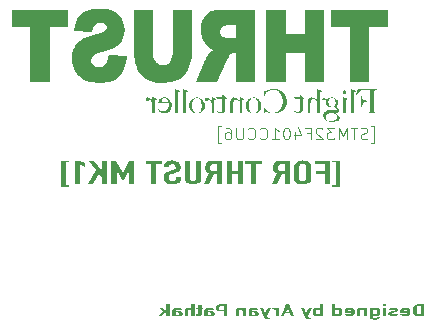
<source format=gbr>
%TF.GenerationSoftware,KiCad,Pcbnew,8.0.8*%
%TF.CreationDate,2025-07-31T23:02:19+05:30*%
%TF.ProjectId,THRUST FC,54485255-5354-4204-9643-2e6b69636164,rev?*%
%TF.SameCoordinates,Original*%
%TF.FileFunction,Legend,Bot*%
%TF.FilePolarity,Positive*%
%FSLAX46Y46*%
G04 Gerber Fmt 4.6, Leading zero omitted, Abs format (unit mm)*
G04 Created by KiCad (PCBNEW 8.0.8) date 2025-07-31 23:02:19*
%MOMM*%
%LPD*%
G01*
G04 APERTURE LIST*
%ADD10C,0.100000*%
%ADD11C,0.200000*%
G04 APERTURE END LIST*
D10*
G36*
X129109002Y-97659162D02*
G01*
X129109002Y-97815478D01*
X129390369Y-97815478D01*
X129390369Y-99753789D01*
X129109002Y-99753789D01*
X129109002Y-99910104D01*
X129765526Y-99910104D01*
X129765526Y-97659162D01*
X129109002Y-97659162D01*
G37*
G36*
X128880390Y-99660000D02*
G01*
X128880390Y-97659162D01*
X127614235Y-97659162D01*
X127614235Y-97944926D01*
X128451744Y-97944926D01*
X128451744Y-98530132D01*
X127708025Y-98530132D01*
X127708025Y-98815896D01*
X128451744Y-98815896D01*
X128451744Y-99660000D01*
X128880390Y-99660000D01*
G37*
G36*
X126715123Y-97660656D02*
G01*
X126861723Y-97685540D01*
X126969514Y-97717557D01*
X127093265Y-97774933D01*
X127188886Y-97843810D01*
X127263258Y-97928318D01*
X127274651Y-97945873D01*
X127314804Y-98040992D01*
X127327006Y-98140809D01*
X127327006Y-99190076D01*
X127326757Y-99205628D01*
X127311069Y-99306580D01*
X127263258Y-99405010D01*
X127194157Y-99482054D01*
X127093265Y-99553021D01*
X126998457Y-99600986D01*
X126861723Y-99645345D01*
X126747821Y-99666048D01*
X126600139Y-99675631D01*
X126485295Y-99669834D01*
X126339288Y-99645345D01*
X126222692Y-99609732D01*
X126102616Y-99553021D01*
X126015505Y-99491304D01*
X125937020Y-99405010D01*
X125925627Y-99387931D01*
X125885474Y-99293006D01*
X125873272Y-99190076D01*
X125873272Y-98141786D01*
X126301919Y-98141786D01*
X126301919Y-99189099D01*
X126312395Y-99253553D01*
X126390579Y-99341018D01*
X126455256Y-99368830D01*
X126599406Y-99389867D01*
X126672207Y-99385097D01*
X126809699Y-99341018D01*
X126870307Y-99287897D01*
X126898360Y-99189099D01*
X126898360Y-98141786D01*
X126887883Y-98077054D01*
X126809699Y-97989378D01*
X126744849Y-97961567D01*
X126599406Y-97940530D01*
X126527379Y-97945300D01*
X126390579Y-97989378D01*
X126329971Y-98042593D01*
X126301919Y-98141786D01*
X125873272Y-98141786D01*
X125873272Y-98140809D01*
X125873521Y-98125897D01*
X125889209Y-98027602D01*
X125937020Y-97928318D01*
X126005155Y-97848633D01*
X126102616Y-97774933D01*
X126200570Y-97728731D01*
X126339288Y-97685540D01*
X126452689Y-97664503D01*
X126600139Y-97654766D01*
X126715123Y-97660656D01*
G37*
G36*
X125539148Y-99660000D02*
G01*
X125110502Y-99660000D01*
X125110502Y-98815896D01*
X124850383Y-98815896D01*
X124446650Y-99660000D01*
X123993091Y-99660000D01*
X124455443Y-98757766D01*
X124360234Y-98716398D01*
X124246443Y-98643010D01*
X124167480Y-98556022D01*
X124120757Y-98463757D01*
X124093429Y-98358908D01*
X124085599Y-98255115D01*
X124514061Y-98255115D01*
X124514692Y-98287375D01*
X124527250Y-98388471D01*
X124573412Y-98484703D01*
X124680390Y-98544787D01*
X124717393Y-98553976D01*
X124863572Y-98565792D01*
X125110502Y-98565792D01*
X125110502Y-97944926D01*
X124884089Y-97944926D01*
X124843173Y-97945617D01*
X124695045Y-97964588D01*
X124577808Y-98023572D01*
X124573146Y-98028826D01*
X124527250Y-98122735D01*
X124520874Y-98156313D01*
X124514061Y-98255115D01*
X124085599Y-98255115D01*
X124085415Y-98252672D01*
X124092099Y-98146605D01*
X124121809Y-98021412D01*
X124175287Y-97914766D01*
X124252533Y-97826666D01*
X124382513Y-97742624D01*
X124513237Y-97696256D01*
X124667728Y-97668436D01*
X124845987Y-97659162D01*
X125539148Y-97659162D01*
X125539148Y-99660000D01*
G37*
G36*
X122650000Y-99660000D02*
G01*
X122650000Y-97944926D01*
X123159246Y-97944926D01*
X123159246Y-97659162D01*
X121752407Y-97659162D01*
X121752407Y-97944926D01*
X122221353Y-97944926D01*
X122221353Y-99660000D01*
X122650000Y-99660000D01*
G37*
G36*
X121579483Y-99660000D02*
G01*
X121579483Y-97659162D01*
X121150837Y-97659162D01*
X121150837Y-98534528D01*
X120641591Y-98534528D01*
X120641591Y-97659162D01*
X120212944Y-97659162D01*
X120212944Y-99660000D01*
X120641591Y-99660000D01*
X120641591Y-98784633D01*
X121150837Y-98784633D01*
X121150837Y-99660000D01*
X121579483Y-99660000D01*
G37*
G36*
X119791625Y-99660000D02*
G01*
X119362979Y-99660000D01*
X119362979Y-98815896D01*
X119102861Y-98815896D01*
X118699127Y-99660000D01*
X118245568Y-99660000D01*
X118707920Y-98757766D01*
X118612711Y-98716398D01*
X118498921Y-98643010D01*
X118419958Y-98556022D01*
X118373235Y-98463757D01*
X118345906Y-98358908D01*
X118338076Y-98255115D01*
X118766538Y-98255115D01*
X118767169Y-98287375D01*
X118779727Y-98388471D01*
X118825889Y-98484703D01*
X118932868Y-98544787D01*
X118969870Y-98553976D01*
X119116050Y-98565792D01*
X119362979Y-98565792D01*
X119362979Y-97944926D01*
X119136566Y-97944926D01*
X119095651Y-97945617D01*
X118947522Y-97964588D01*
X118830286Y-98023572D01*
X118825623Y-98028826D01*
X118779727Y-98122735D01*
X118773352Y-98156313D01*
X118766538Y-98255115D01*
X118338076Y-98255115D01*
X118337892Y-98252672D01*
X118344577Y-98146605D01*
X118374287Y-98021412D01*
X118427764Y-97914766D01*
X118505010Y-97826666D01*
X118634991Y-97742624D01*
X118765714Y-97696256D01*
X118920205Y-97668436D01*
X119098464Y-97659162D01*
X119791625Y-97659162D01*
X119791625Y-99660000D01*
G37*
G36*
X116637229Y-97659162D02*
G01*
X116637229Y-99209616D01*
X116651912Y-99309664D01*
X116689253Y-99390844D01*
X116761226Y-99477999D01*
X116835799Y-99537878D01*
X116952234Y-99602003D01*
X117055617Y-99639483D01*
X117200259Y-99668712D01*
X117320132Y-99675631D01*
X117473198Y-99664194D01*
X117583914Y-99639483D01*
X117712405Y-99589303D01*
X117800802Y-99537878D01*
X117894981Y-99459619D01*
X117950279Y-99390844D01*
X117993530Y-99292630D01*
X118003768Y-99209616D01*
X118003768Y-97659162D01*
X117575122Y-97659162D01*
X117575122Y-99182260D01*
X117554649Y-99279690D01*
X117502581Y-99339553D01*
X117373163Y-99386722D01*
X117320865Y-99389867D01*
X117177021Y-99361565D01*
X117138415Y-99339553D01*
X117074447Y-99248892D01*
X117065875Y-99182260D01*
X117065875Y-97659162D01*
X116637229Y-97659162D01*
G37*
G36*
X114849371Y-98244368D02*
G01*
X115278018Y-98244368D01*
X115278018Y-98180376D01*
X115298883Y-98078968D01*
X115343963Y-98011849D01*
X115461600Y-97950559D01*
X115565980Y-97940530D01*
X115701535Y-97963000D01*
X115785066Y-98018688D01*
X115829030Y-98101242D01*
X115840753Y-98196985D01*
X115834891Y-98295170D01*
X115804117Y-98365024D01*
X115732309Y-98418269D01*
X115604815Y-98462233D01*
X115286078Y-98548695D01*
X115153826Y-98591067D01*
X115061863Y-98634180D01*
X114961301Y-98708504D01*
X114927041Y-98747020D01*
X114880683Y-98842419D01*
X114866224Y-98898939D01*
X114852597Y-99002133D01*
X114849371Y-99092868D01*
X114855539Y-99191570D01*
X114875975Y-99291374D01*
X114886741Y-99325387D01*
X114931917Y-99419160D01*
X115007641Y-99508569D01*
X115116367Y-99582099D01*
X115237718Y-99631179D01*
X115384142Y-99663085D01*
X115533442Y-99674936D01*
X115583565Y-99675631D01*
X115732493Y-99666594D01*
X115871528Y-99639483D01*
X116002673Y-99592837D01*
X116100872Y-99538855D01*
X116196338Y-99459823D01*
X116253279Y-99389378D01*
X116297302Y-99294277D01*
X116309699Y-99203265D01*
X116309699Y-99097264D01*
X115881053Y-99097264D01*
X115881053Y-99186168D01*
X115851706Y-99282229D01*
X115812909Y-99327341D01*
X115683395Y-99382479D01*
X115583565Y-99389867D01*
X115436231Y-99374913D01*
X115416503Y-99368862D01*
X115323447Y-99309267D01*
X115284612Y-99215478D01*
X115278179Y-99114936D01*
X115278018Y-99094333D01*
X115282181Y-98996618D01*
X115286078Y-98966350D01*
X115318318Y-98885261D01*
X115393789Y-98834947D01*
X115518353Y-98792937D01*
X115816573Y-98709406D01*
X115953867Y-98663030D01*
X116073651Y-98602618D01*
X116165578Y-98525366D01*
X116177808Y-98510104D01*
X116229954Y-98417356D01*
X116258577Y-98320117D01*
X116269042Y-98222079D01*
X116269399Y-98198939D01*
X116259578Y-98096886D01*
X116230115Y-97999556D01*
X116224703Y-97986936D01*
X116167916Y-97893269D01*
X116088415Y-97813524D01*
X115983315Y-97744981D01*
X115868597Y-97698241D01*
X115721685Y-97665635D01*
X115572099Y-97654936D01*
X115549127Y-97654766D01*
X115399651Y-97664535D01*
X115263363Y-97693845D01*
X115135490Y-97742535D01*
X115039148Y-97797404D01*
X114947410Y-97875821D01*
X114880692Y-97970294D01*
X114851039Y-98072494D01*
X114849371Y-98104661D01*
X114849371Y-98244368D01*
G37*
G36*
X114191381Y-99660000D02*
G01*
X114191381Y-97944926D01*
X114700628Y-97944926D01*
X114700628Y-97659162D01*
X113293789Y-97659162D01*
X113293789Y-97944926D01*
X113762735Y-97944926D01*
X113762735Y-99660000D01*
X114191381Y-99660000D01*
G37*
G36*
X112341242Y-99660000D02*
G01*
X112341242Y-97659162D01*
X111933112Y-97659162D01*
X111382833Y-98718688D01*
X111374773Y-98718688D01*
X110828157Y-97659162D01*
X110411967Y-97659162D01*
X110411967Y-99660000D01*
X110840614Y-99660000D01*
X110840614Y-98443182D01*
X110848674Y-98443182D01*
X111273656Y-99302916D01*
X111488346Y-99302916D01*
X111912595Y-98443182D01*
X111912595Y-99660000D01*
X112341242Y-99660000D01*
G37*
G36*
X110008234Y-99660000D02*
G01*
X110008234Y-97659162D01*
X109579588Y-97659162D01*
X109579588Y-98572630D01*
X109571528Y-98572630D01*
X108945778Y-97659162D01*
X108517131Y-97659162D01*
X109101116Y-98460279D01*
X108407955Y-99660000D01*
X108861514Y-99660000D01*
X109348778Y-98771933D01*
X109579588Y-99061605D01*
X109579588Y-99660000D01*
X110008234Y-99660000D01*
G37*
G36*
X107751430Y-99660000D02*
G01*
X107751430Y-97962512D01*
X108173482Y-98173538D01*
X108173482Y-97869699D01*
X107751430Y-97659162D01*
X107322784Y-97659162D01*
X107322784Y-99660000D01*
X107751430Y-99660000D01*
G37*
G36*
X106798883Y-99910104D02*
G01*
X106798883Y-99753789D01*
X106517515Y-99753789D01*
X106517515Y-97815478D01*
X106798883Y-97815478D01*
X106798883Y-97659162D01*
X106142358Y-97659162D01*
X106142358Y-99910104D01*
X106798883Y-99910104D01*
G37*
G36*
X136874947Y-110830000D02*
G01*
X136483182Y-110830000D01*
X136378753Y-110826809D01*
X136273202Y-110815349D01*
X136182367Y-110795553D01*
X136097766Y-110763321D01*
X136073847Y-110750169D01*
X136021564Y-110708735D01*
X135986011Y-110658051D01*
X135968627Y-110606114D01*
X135963921Y-110555959D01*
X135963921Y-110093363D01*
X136249685Y-110093363D01*
X136249685Y-110564752D01*
X136257667Y-110610587D01*
X136298046Y-110657564D01*
X136363381Y-110679729D01*
X136462665Y-110687117D01*
X136589183Y-110687117D01*
X136589183Y-109972463D01*
X136462665Y-109972463D01*
X136382386Y-109976928D01*
X136295603Y-110004214D01*
X136261165Y-110042255D01*
X136249685Y-110093363D01*
X135963921Y-110093363D01*
X135963921Y-110087990D01*
X135968352Y-110043620D01*
X135988044Y-109990604D01*
X136029028Y-109939354D01*
X136089951Y-109896992D01*
X136160018Y-109867500D01*
X136256287Y-109844393D01*
X136357366Y-109832807D01*
X136457780Y-109829581D01*
X136874947Y-109829581D01*
X136874947Y-110830000D01*
G37*
G36*
X135323135Y-110119199D02*
G01*
X135421205Y-110126623D01*
X135517934Y-110146608D01*
X135523723Y-110148351D01*
X135600366Y-110178726D01*
X135661060Y-110219881D01*
X135676825Y-110236181D01*
X135703070Y-110283628D01*
X135709916Y-110311552D01*
X135714305Y-110362519D01*
X135714305Y-110594305D01*
X135712978Y-110622772D01*
X135703070Y-110672951D01*
X135696231Y-110690506D01*
X135661060Y-110736943D01*
X135657904Y-110739780D01*
X135595851Y-110780370D01*
X135517934Y-110810216D01*
X135487647Y-110818167D01*
X135392438Y-110833260D01*
X135290300Y-110837815D01*
X135208555Y-110834636D01*
X135114445Y-110821207D01*
X135058918Y-110806999D01*
X134980111Y-110775533D01*
X134959683Y-110764547D01*
X134906103Y-110723370D01*
X134874847Y-110675179D01*
X134865806Y-110625812D01*
X135151570Y-110625812D01*
X135183321Y-110671974D01*
X135195119Y-110679777D01*
X135290300Y-110694933D01*
X135298136Y-110694865D01*
X135391416Y-110677348D01*
X135398051Y-110673874D01*
X135428541Y-110626789D01*
X135428541Y-110533000D01*
X134865806Y-110533000D01*
X134865806Y-110342735D01*
X135151570Y-110342735D01*
X135151570Y-110423579D01*
X135428541Y-110423579D01*
X135428541Y-110342735D01*
X135427236Y-110328169D01*
X135391416Y-110281919D01*
X135384136Y-110278296D01*
X135290300Y-110261646D01*
X135278537Y-110261825D01*
X135189183Y-110281919D01*
X135171001Y-110294826D01*
X135151570Y-110342735D01*
X134865806Y-110342735D01*
X134865806Y-110338583D01*
X134866789Y-110321141D01*
X134881536Y-110272191D01*
X134918678Y-110223738D01*
X134977669Y-110181535D01*
X135026865Y-110159817D01*
X135112979Y-110135617D01*
X135191597Y-110123521D01*
X135290300Y-110118764D01*
X135323135Y-110119199D01*
G37*
G36*
X134151639Y-110330767D02*
G01*
X134180063Y-110283590D01*
X134188764Y-110278988D01*
X134273272Y-110261646D01*
X134361688Y-110282896D01*
X134392921Y-110329552D01*
X134392951Y-110331256D01*
X134373412Y-110368625D01*
X134293216Y-110398064D01*
X134274249Y-110401842D01*
X134109630Y-110434815D01*
X134021168Y-110455585D01*
X133940201Y-110486176D01*
X133893719Y-110516392D01*
X133853314Y-110563569D01*
X133835536Y-110614486D01*
X133834612Y-110629720D01*
X133846150Y-110679077D01*
X133867341Y-110710565D01*
X133917411Y-110753956D01*
X133956245Y-110776510D01*
X134036464Y-110807670D01*
X134093021Y-110821695D01*
X134192160Y-110835155D01*
X134265945Y-110837815D01*
X134370273Y-110832401D01*
X134463438Y-110816158D01*
X134545441Y-110789086D01*
X134560502Y-110782372D01*
X134626638Y-110743141D01*
X134657711Y-110714473D01*
X134686297Y-110667344D01*
X134694347Y-110619462D01*
X134407606Y-110619462D01*
X134375788Y-110666477D01*
X134370481Y-110670997D01*
X134284408Y-110694559D01*
X134266434Y-110694933D01*
X134173842Y-110678685D01*
X134165317Y-110675150D01*
X134121474Y-110630636D01*
X134120376Y-110619951D01*
X134148799Y-110572148D01*
X134150662Y-110570858D01*
X134232770Y-110541227D01*
X134261060Y-110535443D01*
X134395394Y-110511018D01*
X134486710Y-110489334D01*
X134567652Y-110458246D01*
X134603489Y-110438234D01*
X134652195Y-110395475D01*
X134676071Y-110345782D01*
X134678715Y-110320509D01*
X134667005Y-110270831D01*
X134645498Y-110239420D01*
X134594246Y-110196506D01*
X134554152Y-110174696D01*
X134473499Y-110144583D01*
X134424703Y-110133175D01*
X134326891Y-110120791D01*
X134263991Y-110118764D01*
X134166375Y-110124361D01*
X134104745Y-110134640D01*
X134017620Y-110160842D01*
X133979204Y-110178848D01*
X133922036Y-110218976D01*
X133896161Y-110246992D01*
X133870874Y-110295496D01*
X133865875Y-110330767D01*
X134151639Y-110330767D01*
G37*
G36*
X133662665Y-110830000D02*
G01*
X133662665Y-110126580D01*
X133376901Y-110126580D01*
X133376901Y-110830000D01*
X133662665Y-110830000D01*
G37*
G36*
X133662665Y-109972463D02*
G01*
X133662665Y-109829581D01*
X133376901Y-109829581D01*
X133376901Y-109972463D01*
X133662665Y-109972463D01*
G37*
G36*
X132907199Y-110120529D02*
G01*
X133004675Y-110136838D01*
X133043773Y-110151055D01*
X133105155Y-110190165D01*
X133134612Y-110240642D01*
X133136559Y-110250358D01*
X133141749Y-110301588D01*
X133142916Y-110352993D01*
X133142916Y-110620439D01*
X133141062Y-110663918D01*
X133131681Y-110713251D01*
X133127848Y-110723751D01*
X133096022Y-110771381D01*
X133042126Y-110806415D01*
X132949619Y-110831328D01*
X132849337Y-110837815D01*
X132792434Y-110835593D01*
X132697906Y-110819009D01*
X132651653Y-110802602D01*
X132585554Y-110765031D01*
X132580181Y-110765031D01*
X132580181Y-110906448D01*
X132580662Y-110914744D01*
X132610956Y-110962135D01*
X132616973Y-110966063D01*
X132710118Y-110984117D01*
X132731864Y-110983562D01*
X132820027Y-110961402D01*
X132822311Y-110959980D01*
X132857152Y-110913286D01*
X133142916Y-110913286D01*
X133141092Y-110921103D01*
X133121912Y-110970744D01*
X133086252Y-111016601D01*
X133051173Y-111044342D01*
X132981716Y-111080348D01*
X132944030Y-111094898D01*
X132853733Y-111116496D01*
X132819356Y-111121091D01*
X132719888Y-111126999D01*
X132622587Y-111122866D01*
X132528401Y-111108192D01*
X132471569Y-111092438D01*
X132394556Y-111058855D01*
X132361471Y-111037671D01*
X132317864Y-110992421D01*
X132305499Y-110969442D01*
X132294417Y-110919392D01*
X132294417Y-110346399D01*
X132580181Y-110346399D01*
X132580181Y-110618974D01*
X132580807Y-110627038D01*
X132620237Y-110673440D01*
X132627836Y-110677281D01*
X132719888Y-110694933D01*
X132739000Y-110694548D01*
X132828332Y-110670265D01*
X132838126Y-110660630D01*
X132857152Y-110612135D01*
X132857152Y-110354947D01*
X132855107Y-110334507D01*
X132824424Y-110285826D01*
X132813113Y-110278227D01*
X132719888Y-110259448D01*
X132704523Y-110259826D01*
X132618771Y-110283628D01*
X132600117Y-110298369D01*
X132580181Y-110346399D01*
X132294417Y-110346399D01*
X132294417Y-110126580D01*
X132580181Y-110126580D01*
X132580181Y-110190327D01*
X132632449Y-110162240D01*
X132688136Y-110139525D01*
X132756036Y-110124382D01*
X132846406Y-110118764D01*
X132907199Y-110120529D01*
G37*
G36*
X132054570Y-110830000D02*
G01*
X132054570Y-110126580D01*
X131768806Y-110126580D01*
X131768806Y-110195457D01*
X131762944Y-110195457D01*
X131697027Y-110156693D01*
X131656454Y-110140502D01*
X131564940Y-110121821D01*
X131497208Y-110118764D01*
X131398290Y-110126707D01*
X131391695Y-110127801D01*
X131305301Y-110153809D01*
X131297418Y-110157599D01*
X131240910Y-110199236D01*
X131230983Y-110211088D01*
X131209014Y-110260035D01*
X131206071Y-110290711D01*
X131206071Y-110830000D01*
X131491835Y-110830000D01*
X131491835Y-110344445D01*
X131511893Y-110295901D01*
X131527494Y-110283872D01*
X131616599Y-110261842D01*
X131628611Y-110261646D01*
X131722909Y-110276852D01*
X131738520Y-110286559D01*
X131766411Y-110333628D01*
X131768806Y-110358367D01*
X131768806Y-110830000D01*
X132054570Y-110830000D01*
G37*
G36*
X130606317Y-110119199D02*
G01*
X130704387Y-110126623D01*
X130801116Y-110146608D01*
X130806905Y-110148351D01*
X130883548Y-110178726D01*
X130944242Y-110219881D01*
X130960007Y-110236181D01*
X130986252Y-110283628D01*
X130993099Y-110311552D01*
X130997487Y-110362519D01*
X130997487Y-110594305D01*
X130996160Y-110622772D01*
X130986252Y-110672951D01*
X130979413Y-110690506D01*
X130944242Y-110736943D01*
X130941086Y-110739780D01*
X130879033Y-110780370D01*
X130801116Y-110810216D01*
X130770829Y-110818167D01*
X130675620Y-110833260D01*
X130573482Y-110837815D01*
X130491737Y-110834636D01*
X130397627Y-110821207D01*
X130342100Y-110806999D01*
X130263293Y-110775533D01*
X130242866Y-110764547D01*
X130189285Y-110723370D01*
X130158029Y-110675179D01*
X130148988Y-110625812D01*
X130434752Y-110625812D01*
X130466503Y-110671974D01*
X130478301Y-110679777D01*
X130573482Y-110694933D01*
X130581318Y-110694865D01*
X130674598Y-110677348D01*
X130681233Y-110673874D01*
X130711723Y-110626789D01*
X130711723Y-110533000D01*
X130148988Y-110533000D01*
X130148988Y-110342735D01*
X130434752Y-110342735D01*
X130434752Y-110423579D01*
X130711723Y-110423579D01*
X130711723Y-110342735D01*
X130710418Y-110328169D01*
X130674598Y-110281919D01*
X130667318Y-110278296D01*
X130573482Y-110261646D01*
X130561719Y-110261825D01*
X130472365Y-110281919D01*
X130454183Y-110294826D01*
X130434752Y-110342735D01*
X130148988Y-110342735D01*
X130148988Y-110338583D01*
X130149971Y-110321141D01*
X130164718Y-110272191D01*
X130201860Y-110223738D01*
X130260851Y-110181535D01*
X130310047Y-110159817D01*
X130396161Y-110135617D01*
X130474779Y-110123521D01*
X130573482Y-110118764D01*
X130606317Y-110119199D01*
G37*
G36*
X129367899Y-110191549D02*
G01*
X129402946Y-110169302D01*
X129481716Y-110137571D01*
X129533419Y-110126111D01*
X129631193Y-110118764D01*
X129698113Y-110120900D01*
X129790928Y-110136838D01*
X129830524Y-110151055D01*
X129892631Y-110190165D01*
X129922330Y-110240642D01*
X129924277Y-110250358D01*
X129929467Y-110301588D01*
X129930635Y-110352993D01*
X129930635Y-110620439D01*
X129928780Y-110663918D01*
X129919399Y-110713251D01*
X129915566Y-110723751D01*
X129883740Y-110771381D01*
X129829844Y-110806415D01*
X129737337Y-110831328D01*
X129637055Y-110837815D01*
X129545219Y-110832442D01*
X129475854Y-110817055D01*
X129420167Y-110794584D01*
X129367899Y-110766252D01*
X129367899Y-110830000D01*
X129082135Y-110830000D01*
X129082135Y-110337606D01*
X129367899Y-110337606D01*
X129367899Y-110610181D01*
X129369746Y-110626375D01*
X129406489Y-110672951D01*
X129416404Y-110678619D01*
X129507606Y-110697131D01*
X129524840Y-110696723D01*
X129612142Y-110670997D01*
X129630775Y-110650900D01*
X129644870Y-110601632D01*
X129644870Y-110344445D01*
X129644167Y-110334273D01*
X129616050Y-110286559D01*
X129601010Y-110276852D01*
X129507606Y-110261646D01*
X129496521Y-110261835D01*
X129407955Y-110283140D01*
X129396415Y-110290137D01*
X129367899Y-110337606D01*
X129082135Y-110337606D01*
X129082135Y-109829581D01*
X129367899Y-109829581D01*
X129367899Y-110191549D01*
G37*
G36*
X128322540Y-110830000D02*
G01*
X128036775Y-110830000D01*
X128036775Y-110765275D01*
X128003516Y-110783555D01*
X127928332Y-110817055D01*
X127865391Y-110831956D01*
X127768108Y-110837815D01*
X127686898Y-110833663D01*
X127589353Y-110811864D01*
X127520935Y-110771381D01*
X127510880Y-110760502D01*
X127485275Y-110713251D01*
X127476509Y-110669905D01*
X127474040Y-110620439D01*
X127474040Y-110352993D01*
X127474070Y-110344200D01*
X127759804Y-110344200D01*
X127759804Y-110599923D01*
X127761850Y-110620256D01*
X127792533Y-110668799D01*
X127803702Y-110676328D01*
X127896580Y-110694933D01*
X127911952Y-110694559D01*
X127998185Y-110670997D01*
X128015068Y-110658022D01*
X128036775Y-110608471D01*
X128036775Y-110337117D01*
X128036150Y-110329115D01*
X127996720Y-110283140D01*
X127989033Y-110279299D01*
X127896580Y-110261646D01*
X127877583Y-110262032D01*
X127788625Y-110286315D01*
X127778830Y-110295866D01*
X127759804Y-110344200D01*
X127474070Y-110344200D01*
X127474072Y-110343653D01*
X127475865Y-110290475D01*
X127482344Y-110240642D01*
X127485416Y-110229756D01*
X127518492Y-110182512D01*
X127537665Y-110169307D01*
X127611304Y-110136838D01*
X127669675Y-110124483D01*
X127770551Y-110118764D01*
X127825565Y-110120987D01*
X127919050Y-110137571D01*
X127965235Y-110153977D01*
X128030914Y-110191549D01*
X128036775Y-110191549D01*
X128036775Y-109829581D01*
X128322540Y-109829581D01*
X128322540Y-110830000D01*
G37*
G36*
X127408094Y-110126580D02*
G01*
X127105722Y-110126580D01*
X126909351Y-110558401D01*
X126903977Y-110558401D01*
X126710537Y-110126580D01*
X126416957Y-110126580D01*
X126825331Y-110949678D01*
X126856483Y-110997180D01*
X126888834Y-111026859D01*
X126953425Y-111065069D01*
X126982135Y-111076929D01*
X127069802Y-111099922D01*
X127095952Y-111103796D01*
X127196490Y-111111101D01*
X127220516Y-111111367D01*
X127298674Y-111111367D01*
X127298674Y-110968485D01*
X127234193Y-110968485D01*
X127161409Y-110963112D01*
X127105722Y-110938443D01*
X127068643Y-110892949D01*
X127063712Y-110884466D01*
X127039875Y-110836750D01*
X127018771Y-110787990D01*
X127408094Y-110126580D01*
G37*
G36*
X125882554Y-110830000D02*
G01*
X125596789Y-110830000D01*
X125512770Y-110611158D01*
X125123447Y-110611158D01*
X125039427Y-110830000D01*
X124754152Y-110830000D01*
X124915055Y-110468276D01*
X125176692Y-110468276D01*
X125462456Y-110468276D01*
X125322260Y-110112414D01*
X125316887Y-110112414D01*
X125176692Y-110468276D01*
X124915055Y-110468276D01*
X125199162Y-109829581D01*
X125437055Y-109829581D01*
X125882554Y-110830000D01*
G37*
G36*
X124623726Y-110830000D02*
G01*
X124623726Y-110126580D01*
X124337962Y-110126580D01*
X124337962Y-110202540D01*
X124258571Y-110169606D01*
X124175544Y-110142640D01*
X124170411Y-110141235D01*
X124078332Y-110124382D01*
X123974705Y-110118786D01*
X123967201Y-110118764D01*
X123967201Y-110269951D01*
X124052198Y-110261646D01*
X124146964Y-110269218D01*
X124233632Y-110292431D01*
X124238799Y-110294619D01*
X124301512Y-110332944D01*
X124310607Y-110341758D01*
X124335798Y-110390731D01*
X124337962Y-110413810D01*
X124337962Y-110830000D01*
X124623726Y-110830000D01*
G37*
G36*
X123935938Y-110126580D02*
G01*
X123633565Y-110126580D01*
X123437194Y-110558401D01*
X123431821Y-110558401D01*
X123238381Y-110126580D01*
X122944801Y-110126580D01*
X123353175Y-110949678D01*
X123384327Y-110997180D01*
X123416678Y-111026859D01*
X123481269Y-111065069D01*
X123509979Y-111076929D01*
X123597646Y-111099922D01*
X123623796Y-111103796D01*
X123724334Y-111111101D01*
X123748360Y-111111367D01*
X123826517Y-111111367D01*
X123826517Y-110968485D01*
X123762037Y-110968485D01*
X123689253Y-110963112D01*
X123633565Y-110938443D01*
X123596486Y-110892949D01*
X123591556Y-110884466D01*
X123567719Y-110836750D01*
X123546615Y-110787990D01*
X123935938Y-110126580D01*
G37*
G36*
X122528168Y-110121803D02*
G01*
X122623377Y-110134640D01*
X122679568Y-110148161D01*
X122759176Y-110177871D01*
X122780302Y-110189038D01*
X122835715Y-110230788D01*
X122868039Y-110279503D01*
X122877390Y-110329302D01*
X122605792Y-110329302D01*
X122600578Y-110319315D01*
X122545219Y-110278988D01*
X122536428Y-110275889D01*
X122442149Y-110261646D01*
X122418037Y-110262201D01*
X122330286Y-110284361D01*
X122319661Y-110293217D01*
X122299023Y-110341514D01*
X122299023Y-110412100D01*
X122341032Y-110407948D01*
X122374738Y-110407948D01*
X122405512Y-110407948D01*
X122436775Y-110407948D01*
X122461547Y-110408077D01*
X122559263Y-110411612D01*
X122658060Y-110422602D01*
X122718258Y-110435689D01*
X122796301Y-110466810D01*
X122836198Y-110496590D01*
X122869085Y-110543258D01*
X122871451Y-110548994D01*
X122884885Y-110599003D01*
X122888625Y-110648771D01*
X122883015Y-110696115D01*
X122859316Y-110744759D01*
X122843287Y-110762222D01*
X122781646Y-110801423D01*
X122769617Y-110806464D01*
X122681995Y-110830000D01*
X122678760Y-110830480D01*
X122579413Y-110837815D01*
X122513642Y-110835362D01*
X122418213Y-110817055D01*
X122368057Y-110795430D01*
X122304396Y-110757459D01*
X122299023Y-110757459D01*
X122299023Y-110830000D01*
X122013258Y-110830000D01*
X122013258Y-110521765D01*
X122299023Y-110521765D01*
X122299023Y-110620195D01*
X122302268Y-110643478D01*
X122340055Y-110688583D01*
X122359360Y-110698005D01*
X122453872Y-110712763D01*
X122479169Y-110711861D01*
X122563782Y-110687117D01*
X122584390Y-110669434D01*
X122602861Y-110619951D01*
X122593587Y-110581288D01*
X122536915Y-110539595D01*
X122478820Y-110525204D01*
X122377669Y-110517369D01*
X122299023Y-110521765D01*
X122013258Y-110521765D01*
X122013258Y-110340781D01*
X122020772Y-110291687D01*
X122047452Y-110243572D01*
X122075960Y-110214355D01*
X122137822Y-110174207D01*
X122184969Y-110155431D01*
X122276064Y-110132686D01*
X122347457Y-110123169D01*
X122445568Y-110118764D01*
X122528168Y-110121803D01*
G37*
G36*
X121790509Y-110830000D02*
G01*
X121790509Y-110126580D01*
X121504745Y-110126580D01*
X121504745Y-110195457D01*
X121498883Y-110195457D01*
X121432966Y-110156693D01*
X121392393Y-110140502D01*
X121300878Y-110121821D01*
X121233147Y-110118764D01*
X121134228Y-110126707D01*
X121127634Y-110127801D01*
X121041240Y-110153809D01*
X121033356Y-110157599D01*
X120976848Y-110199236D01*
X120966922Y-110211088D01*
X120944953Y-110260035D01*
X120942009Y-110290711D01*
X120942009Y-110830000D01*
X121227773Y-110830000D01*
X121227773Y-110344445D01*
X121247832Y-110295901D01*
X121263433Y-110283872D01*
X121352538Y-110261842D01*
X121364549Y-110261646D01*
X121458848Y-110276852D01*
X121474459Y-110286559D01*
X121502349Y-110333628D01*
X121504745Y-110358367D01*
X121504745Y-110830000D01*
X121790509Y-110830000D01*
G37*
G36*
X120182414Y-110830000D02*
G01*
X119896650Y-110830000D01*
X119896650Y-110441409D01*
X119748639Y-110441409D01*
X119680488Y-110440100D01*
X119577688Y-110431765D01*
X119486322Y-110414054D01*
X119467989Y-110408686D01*
X119386888Y-110376049D01*
X119327076Y-110336873D01*
X119286826Y-110297400D01*
X119260153Y-110249678D01*
X119256489Y-110237688D01*
X119247101Y-110186876D01*
X119244521Y-110135373D01*
X119246292Y-110092646D01*
X119249475Y-110072847D01*
X119530286Y-110072847D01*
X119530286Y-110088219D01*
X119530286Y-110137083D01*
X119530286Y-110152593D01*
X119530286Y-110203028D01*
X119530308Y-110204866D01*
X119552756Y-110252854D01*
X119623586Y-110286559D01*
X119661116Y-110293373D01*
X119758408Y-110298527D01*
X119896650Y-110298527D01*
X119896650Y-109972463D01*
X119748150Y-109972463D01*
X119718200Y-109972892D01*
X119620167Y-109984675D01*
X119552756Y-110019602D01*
X119548740Y-110023971D01*
X119530286Y-110072847D01*
X119249475Y-110072847D01*
X119254510Y-110041523D01*
X119272854Y-109992491D01*
X119276513Y-109985919D01*
X119315397Y-109940038D01*
X119374459Y-109900167D01*
X119447367Y-109868386D01*
X119539078Y-109845212D01*
X119550487Y-109843319D01*
X119649863Y-109832573D01*
X119748639Y-109829581D01*
X120182414Y-109829581D01*
X120182414Y-110830000D01*
G37*
G36*
X118778552Y-110121803D02*
G01*
X118873761Y-110134640D01*
X118929952Y-110148161D01*
X119009560Y-110177871D01*
X119030686Y-110189038D01*
X119086099Y-110230788D01*
X119118423Y-110279503D01*
X119127773Y-110329302D01*
X118856175Y-110329302D01*
X118850961Y-110319315D01*
X118795603Y-110278988D01*
X118786812Y-110275889D01*
X118692533Y-110261646D01*
X118668421Y-110262201D01*
X118580669Y-110284361D01*
X118570045Y-110293217D01*
X118549406Y-110341514D01*
X118549406Y-110412100D01*
X118591416Y-110407948D01*
X118625122Y-110407948D01*
X118655896Y-110407948D01*
X118687159Y-110407948D01*
X118711930Y-110408077D01*
X118809647Y-110411612D01*
X118908443Y-110422602D01*
X118968642Y-110435689D01*
X119046685Y-110466810D01*
X119086582Y-110496590D01*
X119119469Y-110543258D01*
X119121835Y-110548994D01*
X119135269Y-110599003D01*
X119139009Y-110648771D01*
X119133399Y-110696115D01*
X119109699Y-110744759D01*
X119093671Y-110762222D01*
X119032030Y-110801423D01*
X119020001Y-110806464D01*
X118932379Y-110830000D01*
X118929144Y-110830480D01*
X118829797Y-110837815D01*
X118764026Y-110835362D01*
X118668597Y-110817055D01*
X118618441Y-110795430D01*
X118554780Y-110757459D01*
X118549406Y-110757459D01*
X118549406Y-110830000D01*
X118263642Y-110830000D01*
X118263642Y-110521765D01*
X118549406Y-110521765D01*
X118549406Y-110620195D01*
X118552652Y-110643478D01*
X118590439Y-110688583D01*
X118609743Y-110698005D01*
X118704256Y-110712763D01*
X118729553Y-110711861D01*
X118814166Y-110687117D01*
X118834774Y-110669434D01*
X118853244Y-110619951D01*
X118843971Y-110581288D01*
X118787299Y-110539595D01*
X118729203Y-110525204D01*
X118628053Y-110517369D01*
X118549406Y-110521765D01*
X118263642Y-110521765D01*
X118263642Y-110340781D01*
X118271156Y-110291687D01*
X118297836Y-110243572D01*
X118326344Y-110214355D01*
X118388206Y-110174207D01*
X118435353Y-110155431D01*
X118526448Y-110132686D01*
X118597841Y-110123169D01*
X118695952Y-110118764D01*
X118778552Y-110121803D01*
G37*
G36*
X118045289Y-110126580D02*
G01*
X118045289Y-109899923D01*
X117759525Y-109899923D01*
X117759525Y-110126580D01*
X117603210Y-110126580D01*
X117603210Y-110236001D01*
X117759525Y-110236001D01*
X117759525Y-110618974D01*
X117750732Y-110657320D01*
X117722400Y-110677592D01*
X117674040Y-110685896D01*
X117603210Y-110687117D01*
X117603210Y-110830000D01*
X117716050Y-110830000D01*
X117816575Y-110824661D01*
X117872854Y-110814856D01*
X117955345Y-110785745D01*
X117972993Y-110775778D01*
X118022208Y-110731451D01*
X118028192Y-110722288D01*
X118044872Y-110673158D01*
X118045289Y-110664403D01*
X118045289Y-110236001D01*
X118197208Y-110236001D01*
X118197208Y-110126580D01*
X118045289Y-110126580D01*
G37*
G36*
X117470341Y-110830000D02*
G01*
X117470341Y-109829581D01*
X117184577Y-109829581D01*
X117184577Y-110195701D01*
X117178715Y-110195701D01*
X117112799Y-110156722D01*
X117072226Y-110140502D01*
X116980711Y-110121821D01*
X116912979Y-110118764D01*
X116814061Y-110126707D01*
X116807466Y-110127801D01*
X116721073Y-110153809D01*
X116713189Y-110157599D01*
X116656681Y-110199236D01*
X116646755Y-110211088D01*
X116624786Y-110260035D01*
X116621842Y-110290711D01*
X116621842Y-110830000D01*
X116907606Y-110830000D01*
X116907606Y-110344445D01*
X116927664Y-110295901D01*
X116943265Y-110283872D01*
X117032371Y-110261842D01*
X117044382Y-110261646D01*
X117138680Y-110276852D01*
X117154291Y-110286559D01*
X117182182Y-110333628D01*
X117184577Y-110358367D01*
X117184577Y-110830000D01*
X117470341Y-110830000D01*
G37*
G36*
X116084065Y-110121803D02*
G01*
X116179274Y-110134640D01*
X116235465Y-110148161D01*
X116315073Y-110177871D01*
X116336199Y-110189038D01*
X116391611Y-110230788D01*
X116423935Y-110279503D01*
X116433286Y-110329302D01*
X116161688Y-110329302D01*
X116156474Y-110319315D01*
X116101116Y-110278988D01*
X116092325Y-110275889D01*
X115998046Y-110261646D01*
X115973934Y-110262201D01*
X115886182Y-110284361D01*
X115875558Y-110293217D01*
X115854919Y-110341514D01*
X115854919Y-110412100D01*
X115896929Y-110407948D01*
X115930635Y-110407948D01*
X115961409Y-110407948D01*
X115992672Y-110407948D01*
X116017443Y-110408077D01*
X116115160Y-110411612D01*
X116213956Y-110422602D01*
X116274154Y-110435689D01*
X116352198Y-110466810D01*
X116392095Y-110496590D01*
X116424982Y-110543258D01*
X116427348Y-110548994D01*
X116440782Y-110599003D01*
X116444521Y-110648771D01*
X116438912Y-110696115D01*
X116415212Y-110744759D01*
X116399184Y-110762222D01*
X116337543Y-110801423D01*
X116325514Y-110806464D01*
X116237892Y-110830000D01*
X116234657Y-110830480D01*
X116135310Y-110837815D01*
X116069539Y-110835362D01*
X115974110Y-110817055D01*
X115923954Y-110795430D01*
X115860293Y-110757459D01*
X115854919Y-110757459D01*
X115854919Y-110830000D01*
X115569155Y-110830000D01*
X115569155Y-110521765D01*
X115854919Y-110521765D01*
X115854919Y-110620195D01*
X115858165Y-110643478D01*
X115895952Y-110688583D01*
X115915256Y-110698005D01*
X116009769Y-110712763D01*
X116035066Y-110711861D01*
X116119678Y-110687117D01*
X116140286Y-110669434D01*
X116158757Y-110619951D01*
X116149484Y-110581288D01*
X116092812Y-110539595D01*
X116034716Y-110525204D01*
X115933565Y-110517369D01*
X115854919Y-110521765D01*
X115569155Y-110521765D01*
X115569155Y-110340781D01*
X115576668Y-110291687D01*
X115603349Y-110243572D01*
X115631857Y-110214355D01*
X115693719Y-110174207D01*
X115740865Y-110155431D01*
X115831960Y-110132686D01*
X115903354Y-110123169D01*
X116001465Y-110118764D01*
X116084065Y-110121803D01*
G37*
G36*
X115346406Y-110830000D02*
G01*
X115346406Y-109829581D01*
X115060642Y-109829581D01*
X115060642Y-110433105D01*
X115054780Y-110433105D01*
X114710397Y-110126580D01*
X114424633Y-110126580D01*
X114763642Y-110412344D01*
X114354780Y-110830000D01*
X114665457Y-110830000D01*
X114923377Y-110526161D01*
X115060642Y-110632896D01*
X115060642Y-110830000D01*
X115346406Y-110830000D01*
G37*
G36*
X131103698Y-92102219D02*
G01*
X131294696Y-91627899D01*
X132859316Y-91627899D01*
X132859316Y-91656231D01*
X132761222Y-91673908D01*
X132735729Y-91680167D01*
X132650692Y-91732317D01*
X132645359Y-91737808D01*
X132618981Y-91793007D01*
X132604815Y-91878981D01*
X132599047Y-91977233D01*
X132598953Y-91980586D01*
X132597493Y-92078760D01*
X132597487Y-92085122D01*
X132597487Y-92635645D01*
X132597487Y-92735288D01*
X132597487Y-92799288D01*
X132598004Y-92898263D01*
X132598953Y-92964396D01*
X132600876Y-93064283D01*
X132601884Y-93112407D01*
X132603336Y-93212206D01*
X132603349Y-93219874D01*
X132606280Y-93311709D01*
X132616050Y-93400614D01*
X132631681Y-93475352D01*
X132654152Y-93524689D01*
X132731844Y-93584818D01*
X132753803Y-93595031D01*
X132850157Y-93625164D01*
X132884717Y-93631667D01*
X132884717Y-93660000D01*
X131984438Y-93660000D01*
X131984438Y-93631667D01*
X132086043Y-93622386D01*
X132160293Y-93605289D01*
X132242467Y-93549104D01*
X132245778Y-93544228D01*
X132275775Y-93448594D01*
X132278506Y-93424549D01*
X132285250Y-93325393D01*
X132288276Y-93253579D01*
X132289398Y-93155592D01*
X132289741Y-93139274D01*
X132290641Y-93037214D01*
X132290718Y-92993705D01*
X132290718Y-92894766D01*
X132290718Y-92824689D01*
X132290718Y-92723023D01*
X132290718Y-92643949D01*
X132215003Y-92643949D01*
X132155896Y-92643949D01*
X132096789Y-92645415D01*
X132023517Y-92649811D01*
X131925703Y-92664858D01*
X131881856Y-92679120D01*
X131794844Y-92728763D01*
X131767550Y-92751416D01*
X131703388Y-92831349D01*
X131666434Y-92905289D01*
X131630992Y-92996916D01*
X131601465Y-93095310D01*
X131567759Y-93095310D01*
X131567759Y-92186727D01*
X131601465Y-92186727D01*
X131619130Y-92283048D01*
X131626866Y-92318129D01*
X131662785Y-92410110D01*
X131674738Y-92429504D01*
X131742906Y-92500237D01*
X131767550Y-92516943D01*
X131857844Y-92557205D01*
X131927773Y-92576050D01*
X132026448Y-92589239D01*
X132126892Y-92595330D01*
X132140753Y-92596078D01*
X132240404Y-92599009D01*
X132290718Y-92599009D01*
X132290718Y-92511081D01*
X132290718Y-92410773D01*
X132290718Y-92330830D01*
X132290396Y-92230037D01*
X132289515Y-92130928D01*
X132289253Y-92109057D01*
X132287784Y-92010028D01*
X132285794Y-91911811D01*
X132285345Y-91893147D01*
X132279972Y-91807173D01*
X132274110Y-91749532D01*
X132267271Y-91709965D01*
X132259944Y-91675771D01*
X132216468Y-91674305D01*
X132152965Y-91671863D01*
X132082623Y-91668932D01*
X132018143Y-91667466D01*
X131918347Y-91668993D01*
X131817828Y-91674198D01*
X131727006Y-91683098D01*
X131626377Y-91699012D01*
X131553593Y-91721200D01*
X131466559Y-91773372D01*
X131390172Y-91834464D01*
X131351360Y-91870676D01*
X131278442Y-91945552D01*
X131209749Y-92022335D01*
X131145967Y-92098538D01*
X131131542Y-92116385D01*
X131103698Y-92102219D01*
G37*
G36*
X130488206Y-93660000D02*
G01*
X130488206Y-93629225D01*
X130581018Y-93621898D01*
X130645498Y-93615059D01*
X130683600Y-93595519D01*
X130696301Y-93553021D01*
X130696301Y-91627899D01*
X130715840Y-91627899D01*
X131118353Y-91759790D01*
X131118353Y-91776887D01*
X131033845Y-91820851D01*
X130958129Y-91863838D01*
X130934193Y-91889239D01*
X130929797Y-91922944D01*
X130929797Y-93539344D01*
X130972295Y-93602358D01*
X131071387Y-93622823D01*
X131143754Y-93629225D01*
X131143754Y-93660000D01*
X130488206Y-93660000D01*
G37*
G36*
X129977250Y-91845275D02*
G01*
X130006273Y-91751534D01*
X130021214Y-91734389D01*
X130109532Y-91691499D01*
X130129169Y-91690425D01*
X130223850Y-91721724D01*
X130238101Y-91734389D01*
X130280515Y-91824794D01*
X130281577Y-91845275D01*
X130251909Y-91938446D01*
X130236636Y-91956650D01*
X130148150Y-92001923D01*
X130129169Y-92003056D01*
X130035313Y-91971062D01*
X130021214Y-91958115D01*
X129978796Y-91869781D01*
X129977250Y-91845275D01*
G37*
G36*
X129819958Y-93660000D02*
G01*
X129819958Y-93631667D01*
X129877599Y-93624829D01*
X129932309Y-93617990D01*
X129976273Y-93599427D01*
X130000209Y-93558883D01*
X130000209Y-92301032D01*
X130016817Y-92301032D01*
X130396859Y-92424619D01*
X130396859Y-92441716D01*
X130322121Y-92472979D01*
X130261549Y-92506196D01*
X130238101Y-92537459D01*
X130233705Y-92576538D01*
X130233705Y-93541786D01*
X130252267Y-93584284D01*
X130297208Y-93610662D01*
X130357292Y-93624829D01*
X130424703Y-93631667D01*
X130424703Y-93660000D01*
X129819958Y-93660000D01*
G37*
G36*
X129163759Y-92322138D02*
G01*
X129263200Y-92343369D01*
X129282135Y-92349392D01*
X129375191Y-92389204D01*
X129455059Y-92441228D01*
X129526895Y-92512720D01*
X129568876Y-92577515D01*
X129601660Y-92669702D01*
X129609420Y-92746531D01*
X129599735Y-92846869D01*
X129567381Y-92939755D01*
X129540544Y-92982958D01*
X129469805Y-93055567D01*
X129385366Y-93107585D01*
X129348080Y-93123642D01*
X129348080Y-93131946D01*
X129444150Y-93152969D01*
X129478995Y-93166140D01*
X129566634Y-93216596D01*
X129584019Y-93230621D01*
X129649427Y-93306500D01*
X129654361Y-93315129D01*
X129679737Y-93410542D01*
X129679762Y-93413803D01*
X129657980Y-93512773D01*
X129602581Y-93580865D01*
X129515384Y-93629394D01*
X129416545Y-93655130D01*
X129381786Y-93660000D01*
X129381786Y-93665861D01*
X129467509Y-93719985D01*
X129501465Y-93741577D01*
X129582284Y-93800528D01*
X129610886Y-93825108D01*
X129677540Y-93897713D01*
X129692463Y-93918897D01*
X129724199Y-94013358D01*
X129724703Y-94028318D01*
X129704616Y-94132510D01*
X129644355Y-94220079D01*
X129565168Y-94279361D01*
X129554710Y-94285261D01*
X129460951Y-94326294D01*
X129364937Y-94352581D01*
X129255881Y-94369891D01*
X129152022Y-94377585D01*
X129077459Y-94379050D01*
X128970481Y-94373740D01*
X128869851Y-94357809D01*
X128783879Y-94334110D01*
X128688510Y-94295664D01*
X128603170Y-94247739D01*
X128551849Y-94210523D01*
X128478932Y-94142908D01*
X128416635Y-94060896D01*
X128398464Y-94029295D01*
X128363024Y-93942833D01*
X128531821Y-93942833D01*
X128546126Y-94043571D01*
X128593203Y-94136980D01*
X128606559Y-94153859D01*
X128681535Y-94226122D01*
X128767244Y-94277134D01*
X128779483Y-94282330D01*
X128876681Y-94306097D01*
X128887927Y-94307732D01*
X128986915Y-94315829D01*
X129032519Y-94316524D01*
X129130312Y-94306637D01*
X129185903Y-94293565D01*
X129281072Y-94258099D01*
X129342219Y-94223712D01*
X129420384Y-94160275D01*
X129464340Y-94107941D01*
X129505535Y-94018636D01*
X129513677Y-93948206D01*
X129495939Y-93848206D01*
X129463363Y-93785540D01*
X129386362Y-93717955D01*
X129288375Y-93679273D01*
X129280181Y-93677096D01*
X129182890Y-93665739D01*
X129179064Y-93665373D01*
X129080188Y-93660188D01*
X129057920Y-93660000D01*
X128954063Y-93661500D01*
X128852756Y-93667144D01*
X128801953Y-93672700D01*
X128702588Y-93694734D01*
X128647103Y-93717152D01*
X128574174Y-93785380D01*
X128565526Y-93799706D01*
X128535112Y-93893173D01*
X128531821Y-93942833D01*
X128363024Y-93942833D01*
X128360731Y-93937238D01*
X128343751Y-93834456D01*
X128343265Y-93813384D01*
X128353770Y-93715405D01*
X128373063Y-93655115D01*
X128423102Y-93568661D01*
X128458548Y-93529085D01*
X128537736Y-93469246D01*
X128593859Y-93442135D01*
X128688672Y-93416066D01*
X128771179Y-93409895D01*
X129221563Y-93409895D01*
X129320237Y-93404521D01*
X129413049Y-93382540D01*
X129483391Y-93337599D01*
X129511235Y-93264815D01*
X129461266Y-93177150D01*
X129457990Y-93174933D01*
X129362074Y-93139319D01*
X129314375Y-93133900D01*
X129217166Y-93139274D01*
X129137055Y-93144647D01*
X129038812Y-93140852D01*
X128934700Y-93126830D01*
X128829569Y-93098155D01*
X128739215Y-93055985D01*
X128709141Y-93036692D01*
X128634287Y-92967427D01*
X128583930Y-92881084D01*
X128558072Y-92777662D01*
X128554291Y-92712826D01*
X128555163Y-92705987D01*
X128779483Y-92705987D01*
X128788108Y-92806696D01*
X128799511Y-92856929D01*
X128835844Y-92948066D01*
X128858618Y-92984912D01*
X128927677Y-93056536D01*
X128955338Y-93074794D01*
X129051967Y-93106393D01*
X129088695Y-93108499D01*
X129189968Y-93088864D01*
X129276655Y-93029960D01*
X129298743Y-93005917D01*
X129350836Y-92919638D01*
X129377466Y-92824136D01*
X129384228Y-92734319D01*
X129374993Y-92634954D01*
X129364689Y-92590704D01*
X129326814Y-92497663D01*
X129307048Y-92465652D01*
X129236482Y-92393882D01*
X129212770Y-92378702D01*
X129116349Y-92347539D01*
X129086252Y-92345973D01*
X128986299Y-92361366D01*
X128952407Y-92375771D01*
X128871961Y-92436620D01*
X128857152Y-92454417D01*
X128808948Y-92541047D01*
X128799511Y-92568722D01*
X128781067Y-92665703D01*
X128779483Y-92705987D01*
X128555163Y-92705987D01*
X128567124Y-92612157D01*
X128584089Y-92570676D01*
X128635471Y-92483940D01*
X128655896Y-92452951D01*
X128644661Y-92442205D01*
X128568457Y-92485680D01*
X128485903Y-92529644D01*
X128411165Y-92563349D01*
X128360362Y-92577515D01*
X128288555Y-92545275D01*
X128258757Y-92470537D01*
X128290020Y-92388960D01*
X128368667Y-92355254D01*
X128427773Y-92365024D01*
X128475645Y-92387494D01*
X128524982Y-92409965D01*
X128585554Y-92419734D01*
X128643196Y-92416803D01*
X128700837Y-92402637D01*
X128794406Y-92360151D01*
X128873761Y-92335715D01*
X128974757Y-92319520D01*
X129063782Y-92315687D01*
X129163759Y-92322138D01*
G37*
G36*
X126848499Y-93660000D02*
G01*
X126848499Y-93635087D01*
X126902233Y-93628248D01*
X126955478Y-93617013D01*
X126997976Y-93596008D01*
X127014584Y-93562791D01*
X127014584Y-92741646D01*
X127019530Y-92642814D01*
X127030216Y-92572142D01*
X127059979Y-92478606D01*
X127083461Y-92436831D01*
X127154902Y-92365390D01*
X127185066Y-92347927D01*
X127280605Y-92319496D01*
X127340893Y-92315687D01*
X127438346Y-92324510D01*
X127517236Y-92346950D01*
X127605997Y-92388552D01*
X127659385Y-92422177D01*
X127737264Y-92487701D01*
X127761967Y-92514989D01*
X127819527Y-92597135D01*
X127822051Y-92601939D01*
X127827913Y-92599009D01*
X127819609Y-91627899D01*
X127842079Y-91627899D01*
X128218702Y-91798869D01*
X128218702Y-91815478D01*
X128144452Y-91856022D01*
X128083879Y-91893635D01*
X128059944Y-91919036D01*
X128055547Y-91952742D01*
X128055547Y-93542274D01*
X128107815Y-93611151D01*
X128204711Y-93630097D01*
X128224563Y-93632156D01*
X128224563Y-93660000D01*
X127664759Y-93660000D01*
X127664759Y-93632156D01*
X127720935Y-93623852D01*
X127771737Y-93614082D01*
X127808374Y-93592588D01*
X127822051Y-93553510D01*
X127822051Y-92690844D01*
X127812281Y-92641995D01*
X127796650Y-92606824D01*
X127725495Y-92533759D01*
X127684298Y-92508639D01*
X127589918Y-92478049D01*
X127512840Y-92472002D01*
X127413972Y-92486639D01*
X127383391Y-92500334D01*
X127310942Y-92566639D01*
X127303279Y-92578981D01*
X127267112Y-92673963D01*
X127262247Y-92699637D01*
X127252109Y-92801226D01*
X127251011Y-92851067D01*
X127251011Y-93553510D01*
X127301814Y-93611151D01*
X127400665Y-93626803D01*
X127428332Y-93629225D01*
X127428332Y-93660000D01*
X126848499Y-93660000D01*
G37*
G36*
X125839776Y-92315687D02*
G01*
X126360502Y-92315687D01*
X126360502Y-92096845D01*
X126382972Y-92096845D01*
X126790858Y-92444159D01*
X126790858Y-92472002D01*
X126585694Y-92472002D01*
X126585877Y-92570066D01*
X126586427Y-92674724D01*
X126587342Y-92785976D01*
X126588444Y-92888732D01*
X126588625Y-92903824D01*
X126589576Y-93011157D01*
X126590294Y-93121156D01*
X126590779Y-93233819D01*
X126591008Y-93332508D01*
X126591067Y-93416245D01*
X126564689Y-93506615D01*
X126501005Y-93582664D01*
X126495812Y-93587215D01*
X126408755Y-93637806D01*
X126398604Y-93641437D01*
X126299014Y-93659709D01*
X126284298Y-93660000D01*
X126186002Y-93653972D01*
X126128471Y-93642903D01*
X126035401Y-93607077D01*
X126013189Y-93594054D01*
X125940214Y-93527761D01*
X125934542Y-93519804D01*
X125887648Y-93433831D01*
X125904745Y-93425526D01*
X125974750Y-93495412D01*
X125997557Y-93508569D01*
X126093361Y-93533299D01*
X126132379Y-93534947D01*
X126231796Y-93513463D01*
X126293091Y-93467048D01*
X126339253Y-93378510D01*
X126354099Y-93276179D01*
X126354640Y-93248695D01*
X126354640Y-92472002D01*
X125927215Y-92472002D01*
X125839776Y-92315687D01*
G37*
G36*
X123286950Y-92283447D02*
G01*
X123286950Y-91658185D01*
X123318213Y-91658185D01*
X123354849Y-91707034D01*
X123392951Y-91749043D01*
X123426657Y-91779818D01*
X123447662Y-91792030D01*
X123498464Y-91761256D01*
X123588132Y-91712071D01*
X123627913Y-91694333D01*
X123722679Y-91659528D01*
X123823231Y-91631278D01*
X123838939Y-91627411D01*
X123939735Y-91608657D01*
X124042510Y-91599070D01*
X124133984Y-91596636D01*
X124235539Y-91599727D01*
X124341670Y-91610413D01*
X124440741Y-91628731D01*
X124469085Y-91635715D01*
X124567878Y-91665756D01*
X124659398Y-91702147D01*
X124736287Y-91740739D01*
X124820619Y-91792786D01*
X124902212Y-91855836D01*
X124941939Y-91892658D01*
X125012692Y-91969902D01*
X125072785Y-92050325D01*
X125087997Y-92073886D01*
X125136736Y-92159630D01*
X125171039Y-92234598D01*
X125204502Y-92326740D01*
X125221842Y-92387006D01*
X125241614Y-92482718D01*
X125247243Y-92523782D01*
X125253915Y-92622030D01*
X125254082Y-92638087D01*
X125249166Y-92748821D01*
X125234420Y-92854853D01*
X125209843Y-92956183D01*
X125175436Y-93052812D01*
X125131594Y-93143762D01*
X125079204Y-93228056D01*
X125018265Y-93305695D01*
X124948778Y-93376678D01*
X124870834Y-93440517D01*
X124785013Y-93496723D01*
X124691316Y-93545297D01*
X124589741Y-93586238D01*
X124495010Y-93614979D01*
X124395463Y-93636661D01*
X124291101Y-93651284D01*
X124181924Y-93658847D01*
X124117376Y-93660000D01*
X124013288Y-93656883D01*
X123909744Y-93646372D01*
X123838939Y-93633621D01*
X123739950Y-93608617D01*
X123643993Y-93576377D01*
X123633286Y-93572072D01*
X123543107Y-93530818D01*
X123503838Y-93508080D01*
X123453035Y-93478283D01*
X123402721Y-93517850D01*
X123338725Y-93595501D01*
X123332379Y-93604312D01*
X123298674Y-93604312D01*
X123289881Y-92989797D01*
X123323586Y-92989797D01*
X123351400Y-93086305D01*
X123393564Y-93180555D01*
X123417864Y-93223293D01*
X123473918Y-93304214D01*
X123538764Y-93377716D01*
X123586880Y-93422595D01*
X123665671Y-93482771D01*
X123752568Y-93533604D01*
X123815003Y-93562302D01*
X123913532Y-93594748D01*
X124017144Y-93612219D01*
X124089043Y-93615547D01*
X124190791Y-93609597D01*
X124287206Y-93591745D01*
X124388081Y-93557952D01*
X124426587Y-93540321D01*
X124517148Y-93487703D01*
X124598931Y-93424496D01*
X124671937Y-93350698D01*
X124685484Y-93334668D01*
X124747528Y-93248973D01*
X124799935Y-93154310D01*
X124838863Y-93061445D01*
X124850104Y-93028876D01*
X124877968Y-92927987D01*
X124896713Y-92823157D01*
X124906338Y-92714385D01*
X124907745Y-92652254D01*
X124903418Y-92546178D01*
X124890435Y-92441726D01*
X124868796Y-92338896D01*
X124853035Y-92282470D01*
X124818474Y-92184092D01*
X124776339Y-92091743D01*
X124726631Y-92005421D01*
X124695743Y-91960069D01*
X124633902Y-91884279D01*
X124556125Y-91810491D01*
X124468809Y-91747675D01*
X124440753Y-91730969D01*
X124351976Y-91688938D01*
X124256552Y-91660662D01*
X124154482Y-91646142D01*
X124094905Y-91644019D01*
X123991591Y-91651094D01*
X123892672Y-91672321D01*
X123829169Y-91694333D01*
X123738654Y-91737152D01*
X123655421Y-91790137D01*
X123603977Y-91831109D01*
X123532651Y-91900283D01*
X123468880Y-91978113D01*
X123430565Y-92034808D01*
X123380831Y-92125139D01*
X123341538Y-92220280D01*
X123321144Y-92286378D01*
X123286950Y-92283447D01*
G37*
G36*
X122529950Y-92322267D02*
G01*
X122633185Y-92344455D01*
X122705652Y-92371374D01*
X122794358Y-92417857D01*
X122878983Y-92479685D01*
X122919609Y-92517920D01*
X122984997Y-92596418D01*
X123037486Y-92684268D01*
X123057362Y-92727969D01*
X123089305Y-92825865D01*
X123104964Y-92926664D01*
X123106699Y-92974166D01*
X123100545Y-93080249D01*
X123082084Y-93177460D01*
X123047561Y-93274143D01*
X123043684Y-93282400D01*
X122990973Y-93374357D01*
X122928096Y-93453126D01*
X122880530Y-93498311D01*
X122796184Y-93559160D01*
X122705871Y-93605175D01*
X122662177Y-93621409D01*
X122567499Y-93646395D01*
X122468603Y-93659057D01*
X122434054Y-93660000D01*
X122336624Y-93652649D01*
X122235261Y-93628098D01*
X122182484Y-93607732D01*
X122090162Y-93558095D01*
X122007677Y-93494914D01*
X121972923Y-93461186D01*
X121910367Y-93386012D01*
X121858251Y-93301909D01*
X121829309Y-93240879D01*
X121796565Y-93144296D01*
X121778934Y-93043592D01*
X121775575Y-92974166D01*
X121775952Y-92967815D01*
X122037404Y-92967815D01*
X122042655Y-93070642D01*
X122057116Y-93174583D01*
X122058408Y-93181772D01*
X122081650Y-93279746D01*
X122114615Y-93371923D01*
X122125819Y-93397194D01*
X122175551Y-93483318D01*
X122242320Y-93559095D01*
X122246964Y-93563279D01*
X122336162Y-93614735D01*
X122431123Y-93629225D01*
X122533339Y-93616280D01*
X122620167Y-93577445D01*
X122695870Y-93511709D01*
X122749616Y-93436762D01*
X122790667Y-93347618D01*
X122819483Y-93246882D01*
X122822400Y-93232575D01*
X122837761Y-93128657D01*
X122844322Y-93027473D01*
X122844870Y-92987355D01*
X122839821Y-92884759D01*
X122824675Y-92783847D01*
X122818492Y-92755324D01*
X122790122Y-92660035D01*
X122748934Y-92567485D01*
X122739357Y-92550160D01*
X122681960Y-92467240D01*
X122614305Y-92402149D01*
X122525691Y-92356725D01*
X122448220Y-92345973D01*
X122348193Y-92359282D01*
X122259242Y-92402819D01*
X122254291Y-92406545D01*
X122182972Y-92475177D01*
X122127285Y-92559930D01*
X122088309Y-92650698D01*
X122061139Y-92748979D01*
X122058408Y-92762651D01*
X122043332Y-92862228D01*
X122037424Y-92961818D01*
X122037404Y-92967815D01*
X121775952Y-92967815D01*
X121781490Y-92874560D01*
X121801661Y-92774692D01*
X121836147Y-92684982D01*
X121886316Y-92598497D01*
X121951364Y-92517983D01*
X121990997Y-92480307D01*
X122071065Y-92420636D01*
X122158065Y-92374187D01*
X122200558Y-92357208D01*
X122300963Y-92328824D01*
X122400432Y-92316336D01*
X122428681Y-92315687D01*
X122529950Y-92322267D01*
G37*
G36*
X120289113Y-93660000D02*
G01*
X120289113Y-93635087D01*
X120344312Y-93628248D01*
X120399023Y-93617013D01*
X120442498Y-93596008D01*
X120460572Y-93562791D01*
X120460572Y-92744089D01*
X120467488Y-92643238D01*
X120491397Y-92544053D01*
X120537422Y-92450597D01*
X120548011Y-92435366D01*
X120623940Y-92362436D01*
X120721301Y-92323167D01*
X120798115Y-92315687D01*
X120895608Y-92328309D01*
X120944661Y-92344996D01*
X121032146Y-92389986D01*
X121074110Y-92418757D01*
X121149379Y-92484497D01*
X121179623Y-92517431D01*
X121240439Y-92594918D01*
X121256803Y-92619036D01*
X121262665Y-92616106D01*
X121262665Y-92315687D01*
X121279274Y-92315687D01*
X121648080Y-92453440D01*
X121648080Y-92471025D01*
X121580669Y-92502777D01*
X121521563Y-92534528D01*
X121497627Y-92559441D01*
X121493230Y-92592658D01*
X121493230Y-93543740D01*
X121539637Y-93607732D01*
X121635059Y-93630599D01*
X121651011Y-93632156D01*
X121651011Y-93660000D01*
X121107815Y-93660000D01*
X121107815Y-93632156D01*
X121161549Y-93625806D01*
X121206489Y-93618967D01*
X121240195Y-93600893D01*
X121259734Y-93560837D01*
X121259734Y-92655184D01*
X121187194Y-92589483D01*
X121121981Y-92541856D01*
X121027303Y-92507825D01*
X120967131Y-92503265D01*
X120869175Y-92517073D01*
X120785106Y-92568083D01*
X120759036Y-92601451D01*
X120718870Y-92691149D01*
X120699967Y-92792266D01*
X120696999Y-92859371D01*
X120696999Y-93554975D01*
X120741939Y-93612128D01*
X120840034Y-93627867D01*
X120863084Y-93629713D01*
X120863084Y-93660000D01*
X120289113Y-93660000D01*
G37*
G36*
X119284298Y-92315687D02*
G01*
X119805024Y-92315687D01*
X119805024Y-92096845D01*
X119827494Y-92096845D01*
X120235380Y-92444159D01*
X120235380Y-92472002D01*
X120030216Y-92472002D01*
X120030399Y-92570066D01*
X120030949Y-92674724D01*
X120031864Y-92785976D01*
X120032966Y-92888732D01*
X120033147Y-92903824D01*
X120034098Y-93011157D01*
X120034816Y-93121156D01*
X120035301Y-93233819D01*
X120035530Y-93332508D01*
X120035589Y-93416245D01*
X120009211Y-93506615D01*
X119945527Y-93582664D01*
X119940334Y-93587215D01*
X119853277Y-93637806D01*
X119843126Y-93641437D01*
X119743536Y-93659709D01*
X119728820Y-93660000D01*
X119630524Y-93653972D01*
X119572993Y-93642903D01*
X119479923Y-93607077D01*
X119457711Y-93594054D01*
X119384736Y-93527761D01*
X119379064Y-93519804D01*
X119332170Y-93433831D01*
X119349267Y-93425526D01*
X119419272Y-93495412D01*
X119442079Y-93508569D01*
X119537883Y-93533299D01*
X119576901Y-93534947D01*
X119676317Y-93513463D01*
X119737613Y-93467048D01*
X119783775Y-93378510D01*
X119798621Y-93276179D01*
X119799162Y-93248695D01*
X119799162Y-92472002D01*
X119371737Y-92472002D01*
X119284298Y-92315687D01*
G37*
G36*
X118332728Y-92459302D02*
G01*
X118370502Y-92366711D01*
X118382065Y-92356231D01*
X118471975Y-92317627D01*
X118501744Y-92315687D01*
X118598282Y-92332391D01*
X118656594Y-92363070D01*
X118733225Y-92429359D01*
X118771877Y-92475910D01*
X118827345Y-92561191D01*
X118850523Y-92605359D01*
X118892661Y-92696069D01*
X118895464Y-92702568D01*
X118901325Y-92702568D01*
X118895464Y-92315687D01*
X118912561Y-92315687D01*
X119280879Y-92456371D01*
X119280879Y-92472979D01*
X119213468Y-92508150D01*
X119154361Y-92542833D01*
X119130425Y-92567745D01*
X119126029Y-92600963D01*
X119126029Y-93542763D01*
X119172435Y-93607243D01*
X119267858Y-93630591D01*
X119283810Y-93632156D01*
X119283810Y-93660000D01*
X118653663Y-93660000D01*
X118653663Y-93632156D01*
X118719609Y-93625317D01*
X118792882Y-93618478D01*
X118856385Y-93598939D01*
X118892533Y-93559860D01*
X118892533Y-92756789D01*
X118853454Y-92669351D01*
X118802651Y-92586796D01*
X118742079Y-92527201D01*
X118676133Y-92503265D01*
X118614096Y-92517920D01*
X118572086Y-92550160D01*
X118525680Y-92582889D01*
X118453872Y-92597055D01*
X118369364Y-92557976D01*
X118332871Y-92466614D01*
X118332728Y-92459302D01*
G37*
G36*
X117736929Y-92322267D02*
G01*
X117840163Y-92344455D01*
X117912630Y-92371374D01*
X118001336Y-92417857D01*
X118085962Y-92479685D01*
X118126587Y-92517920D01*
X118191975Y-92596418D01*
X118244465Y-92684268D01*
X118264340Y-92727969D01*
X118296284Y-92825865D01*
X118311943Y-92926664D01*
X118313677Y-92974166D01*
X118307523Y-93080249D01*
X118289062Y-93177460D01*
X118254539Y-93274143D01*
X118250662Y-93282400D01*
X118197952Y-93374357D01*
X118135075Y-93453126D01*
X118087508Y-93498311D01*
X118003162Y-93559160D01*
X117912850Y-93605175D01*
X117869155Y-93621409D01*
X117774477Y-93646395D01*
X117675582Y-93659057D01*
X117641032Y-93660000D01*
X117543602Y-93652649D01*
X117442239Y-93628098D01*
X117389462Y-93607732D01*
X117297141Y-93558095D01*
X117214655Y-93494914D01*
X117179902Y-93461186D01*
X117117345Y-93386012D01*
X117065230Y-93301909D01*
X117036287Y-93240879D01*
X117003543Y-93144296D01*
X116985912Y-93043592D01*
X116982554Y-92974166D01*
X116982931Y-92967815D01*
X117244382Y-92967815D01*
X117249633Y-93070642D01*
X117264095Y-93174583D01*
X117265387Y-93181772D01*
X117288628Y-93279746D01*
X117321593Y-93371923D01*
X117332798Y-93397194D01*
X117382529Y-93483318D01*
X117449299Y-93559095D01*
X117453942Y-93563279D01*
X117543140Y-93614735D01*
X117638101Y-93629225D01*
X117740317Y-93616280D01*
X117827145Y-93577445D01*
X117902849Y-93511709D01*
X117956594Y-93436762D01*
X117997645Y-93347618D01*
X118026461Y-93246882D01*
X118029378Y-93232575D01*
X118044739Y-93128657D01*
X118051300Y-93027473D01*
X118051849Y-92987355D01*
X118046800Y-92884759D01*
X118031653Y-92783847D01*
X118025471Y-92755324D01*
X117997100Y-92660035D01*
X117955913Y-92567485D01*
X117946336Y-92550160D01*
X117888939Y-92467240D01*
X117821284Y-92402149D01*
X117732669Y-92356725D01*
X117655198Y-92345973D01*
X117555171Y-92359282D01*
X117466221Y-92402819D01*
X117461270Y-92406545D01*
X117389951Y-92475177D01*
X117334263Y-92559930D01*
X117295287Y-92650698D01*
X117268117Y-92748979D01*
X117265387Y-92762651D01*
X117250310Y-92862228D01*
X117244402Y-92961818D01*
X117244382Y-92967815D01*
X116982931Y-92967815D01*
X116988469Y-92874560D01*
X117008640Y-92774692D01*
X117043126Y-92684982D01*
X117093295Y-92598497D01*
X117158342Y-92517983D01*
X117197976Y-92480307D01*
X117278043Y-92420636D01*
X117365044Y-92374187D01*
X117407536Y-92357208D01*
X117507941Y-92328824D01*
X117607411Y-92316336D01*
X117635659Y-92315687D01*
X117736929Y-92322267D01*
G37*
G36*
X116261549Y-93660000D02*
G01*
X116261549Y-93629225D01*
X116354361Y-93621898D01*
X116418841Y-93615059D01*
X116456943Y-93595519D01*
X116469644Y-93553021D01*
X116469644Y-91627899D01*
X116489183Y-91627899D01*
X116891695Y-91759790D01*
X116891695Y-91776887D01*
X116807187Y-91820851D01*
X116731472Y-91863838D01*
X116707536Y-91889239D01*
X116703140Y-91922944D01*
X116703140Y-93539344D01*
X116745638Y-93602358D01*
X116844730Y-93622823D01*
X116917096Y-93629225D01*
X116917096Y-93660000D01*
X116261549Y-93660000D01*
G37*
G36*
X115573761Y-93660000D02*
G01*
X115573761Y-93629225D01*
X115666573Y-93621898D01*
X115731053Y-93615059D01*
X115769155Y-93595519D01*
X115781856Y-93553021D01*
X115781856Y-91627899D01*
X115801395Y-91627899D01*
X116203907Y-91759790D01*
X116203907Y-91776887D01*
X116119399Y-91820851D01*
X116043684Y-91863838D01*
X116019748Y-91889239D01*
X116015352Y-91922944D01*
X116015352Y-93539344D01*
X116057850Y-93602358D01*
X116156942Y-93622823D01*
X116229309Y-93629225D01*
X116229309Y-93660000D01*
X115573761Y-93660000D01*
G37*
G36*
X115009193Y-92323724D02*
G01*
X115107723Y-92350570D01*
X115157571Y-92372840D01*
X115242184Y-92424684D01*
X115321044Y-92493499D01*
X115346127Y-92521339D01*
X115407021Y-92605849D01*
X115454639Y-92699522D01*
X115465806Y-92727969D01*
X115493005Y-92821878D01*
X115506790Y-92923552D01*
X115507815Y-92960000D01*
X115502505Y-93057617D01*
X115484599Y-93160027D01*
X115462875Y-93234040D01*
X115423811Y-93326089D01*
X115369399Y-93415266D01*
X115334891Y-93458743D01*
X115261615Y-93529440D01*
X115176729Y-93585948D01*
X115133635Y-93607243D01*
X115033395Y-93641401D01*
X114933423Y-93657475D01*
X114871807Y-93660000D01*
X114768345Y-93650769D01*
X114674113Y-93623077D01*
X114662247Y-93617990D01*
X114574685Y-93570362D01*
X114500558Y-93511500D01*
X114433290Y-93434941D01*
X114393579Y-93369839D01*
X114355187Y-93278859D01*
X114342777Y-93230132D01*
X114365247Y-93224759D01*
X114412624Y-93315219D01*
X114485313Y-93386866D01*
X114504466Y-93400614D01*
X114595999Y-93447106D01*
X114699142Y-93469897D01*
X114750662Y-93472421D01*
X114850761Y-93464762D01*
X114947198Y-93439384D01*
X114978785Y-93426015D01*
X115063536Y-93374996D01*
X115137847Y-93304013D01*
X115141939Y-93299009D01*
X115198726Y-93212302D01*
X115237988Y-93119924D01*
X115240125Y-93113384D01*
X115264318Y-93012777D01*
X115273534Y-92915003D01*
X115273831Y-92893565D01*
X115271388Y-92835436D01*
X115268457Y-92784633D01*
X114365247Y-92784633D01*
X114379619Y-92686325D01*
X114408838Y-92601939D01*
X114643684Y-92601939D01*
X114653454Y-92661535D01*
X114683251Y-92703545D01*
X114747732Y-92717711D01*
X114826378Y-92720153D01*
X114924535Y-92721120D01*
X114945080Y-92721618D01*
X115044574Y-92724458D01*
X115047662Y-92724549D01*
X115147313Y-92726015D01*
X115246689Y-92726015D01*
X115262595Y-92726015D01*
X115233359Y-92632746D01*
X115231821Y-92628806D01*
X115184455Y-92538530D01*
X115160013Y-92503754D01*
X115091953Y-92429061D01*
X115050593Y-92395310D01*
X114960513Y-92354387D01*
X114907955Y-92348904D01*
X114805573Y-92365326D01*
X114720027Y-92419044D01*
X114715491Y-92423642D01*
X114661636Y-92505341D01*
X114643684Y-92601939D01*
X114408838Y-92601939D01*
X114413447Y-92588628D01*
X114418981Y-92577515D01*
X114474313Y-92492121D01*
X114535729Y-92430969D01*
X114618812Y-92377235D01*
X114704256Y-92344019D01*
X114804640Y-92322770D01*
X114904517Y-92315715D01*
X114911374Y-92315687D01*
X115009193Y-92323724D01*
G37*
G36*
X113311095Y-92459302D02*
G01*
X113348869Y-92366711D01*
X113360432Y-92356231D01*
X113450342Y-92317627D01*
X113480111Y-92315687D01*
X113576649Y-92332391D01*
X113634961Y-92363070D01*
X113711592Y-92429359D01*
X113750244Y-92475910D01*
X113805712Y-92561191D01*
X113828890Y-92605359D01*
X113871029Y-92696069D01*
X113873831Y-92702568D01*
X113879692Y-92702568D01*
X113873831Y-92315687D01*
X113890928Y-92315687D01*
X114259246Y-92456371D01*
X114259246Y-92472979D01*
X114191835Y-92508150D01*
X114132728Y-92542833D01*
X114108792Y-92567745D01*
X114104396Y-92600963D01*
X114104396Y-93542763D01*
X114150802Y-93607243D01*
X114246225Y-93630591D01*
X114262177Y-93632156D01*
X114262177Y-93660000D01*
X113632030Y-93660000D01*
X113632030Y-93632156D01*
X113697976Y-93625317D01*
X113771249Y-93618478D01*
X113834752Y-93598939D01*
X113870900Y-93559860D01*
X113870900Y-92756789D01*
X113831821Y-92669351D01*
X113781018Y-92586796D01*
X113720446Y-92527201D01*
X113654501Y-92503265D01*
X113592463Y-92517920D01*
X113550453Y-92550160D01*
X113504047Y-92582889D01*
X113432240Y-92597055D01*
X113347732Y-92557976D01*
X113311238Y-92466614D01*
X113311095Y-92459302D01*
G37*
X132410401Y-96205752D02*
X132648496Y-96205752D01*
X132648496Y-96205752D02*
X132648496Y-94777180D01*
X132648496Y-94777180D02*
X132410401Y-94777180D01*
X132077067Y-95824800D02*
X131934210Y-95872419D01*
X131934210Y-95872419D02*
X131696115Y-95872419D01*
X131696115Y-95872419D02*
X131600877Y-95824800D01*
X131600877Y-95824800D02*
X131553258Y-95777180D01*
X131553258Y-95777180D02*
X131505639Y-95681942D01*
X131505639Y-95681942D02*
X131505639Y-95586704D01*
X131505639Y-95586704D02*
X131553258Y-95491466D01*
X131553258Y-95491466D02*
X131600877Y-95443847D01*
X131600877Y-95443847D02*
X131696115Y-95396228D01*
X131696115Y-95396228D02*
X131886591Y-95348609D01*
X131886591Y-95348609D02*
X131981829Y-95300990D01*
X131981829Y-95300990D02*
X132029448Y-95253371D01*
X132029448Y-95253371D02*
X132077067Y-95158133D01*
X132077067Y-95158133D02*
X132077067Y-95062895D01*
X132077067Y-95062895D02*
X132029448Y-94967657D01*
X132029448Y-94967657D02*
X131981829Y-94920038D01*
X131981829Y-94920038D02*
X131886591Y-94872419D01*
X131886591Y-94872419D02*
X131648496Y-94872419D01*
X131648496Y-94872419D02*
X131505639Y-94920038D01*
X131219924Y-94872419D02*
X130648496Y-94872419D01*
X130934210Y-95872419D02*
X130934210Y-94872419D01*
X130315162Y-95872419D02*
X130315162Y-94872419D01*
X130315162Y-94872419D02*
X129981829Y-95586704D01*
X129981829Y-95586704D02*
X129648496Y-94872419D01*
X129648496Y-94872419D02*
X129648496Y-95872419D01*
X129267543Y-94872419D02*
X128648496Y-94872419D01*
X128648496Y-94872419D02*
X128981829Y-95253371D01*
X128981829Y-95253371D02*
X128838972Y-95253371D01*
X128838972Y-95253371D02*
X128743734Y-95300990D01*
X128743734Y-95300990D02*
X128696115Y-95348609D01*
X128696115Y-95348609D02*
X128648496Y-95443847D01*
X128648496Y-95443847D02*
X128648496Y-95681942D01*
X128648496Y-95681942D02*
X128696115Y-95777180D01*
X128696115Y-95777180D02*
X128743734Y-95824800D01*
X128743734Y-95824800D02*
X128838972Y-95872419D01*
X128838972Y-95872419D02*
X129124686Y-95872419D01*
X129124686Y-95872419D02*
X129219924Y-95824800D01*
X129219924Y-95824800D02*
X129267543Y-95777180D01*
X128267543Y-94967657D02*
X128219924Y-94920038D01*
X128219924Y-94920038D02*
X128124686Y-94872419D01*
X128124686Y-94872419D02*
X127886591Y-94872419D01*
X127886591Y-94872419D02*
X127791353Y-94920038D01*
X127791353Y-94920038D02*
X127743734Y-94967657D01*
X127743734Y-94967657D02*
X127696115Y-95062895D01*
X127696115Y-95062895D02*
X127696115Y-95158133D01*
X127696115Y-95158133D02*
X127743734Y-95300990D01*
X127743734Y-95300990D02*
X128315162Y-95872419D01*
X128315162Y-95872419D02*
X127696115Y-95872419D01*
X126934210Y-95348609D02*
X127267543Y-95348609D01*
X127267543Y-95872419D02*
X127267543Y-94872419D01*
X127267543Y-94872419D02*
X126791353Y-94872419D01*
X125981829Y-95205752D02*
X125981829Y-95872419D01*
X126219924Y-94824800D02*
X126458019Y-95539085D01*
X126458019Y-95539085D02*
X125838972Y-95539085D01*
X125267543Y-94872419D02*
X125172305Y-94872419D01*
X125172305Y-94872419D02*
X125077067Y-94920038D01*
X125077067Y-94920038D02*
X125029448Y-94967657D01*
X125029448Y-94967657D02*
X124981829Y-95062895D01*
X124981829Y-95062895D02*
X124934210Y-95253371D01*
X124934210Y-95253371D02*
X124934210Y-95491466D01*
X124934210Y-95491466D02*
X124981829Y-95681942D01*
X124981829Y-95681942D02*
X125029448Y-95777180D01*
X125029448Y-95777180D02*
X125077067Y-95824800D01*
X125077067Y-95824800D02*
X125172305Y-95872419D01*
X125172305Y-95872419D02*
X125267543Y-95872419D01*
X125267543Y-95872419D02*
X125362781Y-95824800D01*
X125362781Y-95824800D02*
X125410400Y-95777180D01*
X125410400Y-95777180D02*
X125458019Y-95681942D01*
X125458019Y-95681942D02*
X125505638Y-95491466D01*
X125505638Y-95491466D02*
X125505638Y-95253371D01*
X125505638Y-95253371D02*
X125458019Y-95062895D01*
X125458019Y-95062895D02*
X125410400Y-94967657D01*
X125410400Y-94967657D02*
X125362781Y-94920038D01*
X125362781Y-94920038D02*
X125267543Y-94872419D01*
X123981829Y-95872419D02*
X124553257Y-95872419D01*
X124267543Y-95872419D02*
X124267543Y-94872419D01*
X124267543Y-94872419D02*
X124362781Y-95015276D01*
X124362781Y-95015276D02*
X124458019Y-95110514D01*
X124458019Y-95110514D02*
X124553257Y-95158133D01*
X122981829Y-95777180D02*
X123029448Y-95824800D01*
X123029448Y-95824800D02*
X123172305Y-95872419D01*
X123172305Y-95872419D02*
X123267543Y-95872419D01*
X123267543Y-95872419D02*
X123410400Y-95824800D01*
X123410400Y-95824800D02*
X123505638Y-95729561D01*
X123505638Y-95729561D02*
X123553257Y-95634323D01*
X123553257Y-95634323D02*
X123600876Y-95443847D01*
X123600876Y-95443847D02*
X123600876Y-95300990D01*
X123600876Y-95300990D02*
X123553257Y-95110514D01*
X123553257Y-95110514D02*
X123505638Y-95015276D01*
X123505638Y-95015276D02*
X123410400Y-94920038D01*
X123410400Y-94920038D02*
X123267543Y-94872419D01*
X123267543Y-94872419D02*
X123172305Y-94872419D01*
X123172305Y-94872419D02*
X123029448Y-94920038D01*
X123029448Y-94920038D02*
X122981829Y-94967657D01*
X121981829Y-95777180D02*
X122029448Y-95824800D01*
X122029448Y-95824800D02*
X122172305Y-95872419D01*
X122172305Y-95872419D02*
X122267543Y-95872419D01*
X122267543Y-95872419D02*
X122410400Y-95824800D01*
X122410400Y-95824800D02*
X122505638Y-95729561D01*
X122505638Y-95729561D02*
X122553257Y-95634323D01*
X122553257Y-95634323D02*
X122600876Y-95443847D01*
X122600876Y-95443847D02*
X122600876Y-95300990D01*
X122600876Y-95300990D02*
X122553257Y-95110514D01*
X122553257Y-95110514D02*
X122505638Y-95015276D01*
X122505638Y-95015276D02*
X122410400Y-94920038D01*
X122410400Y-94920038D02*
X122267543Y-94872419D01*
X122267543Y-94872419D02*
X122172305Y-94872419D01*
X122172305Y-94872419D02*
X122029448Y-94920038D01*
X122029448Y-94920038D02*
X121981829Y-94967657D01*
X121553257Y-94872419D02*
X121553257Y-95681942D01*
X121553257Y-95681942D02*
X121505638Y-95777180D01*
X121505638Y-95777180D02*
X121458019Y-95824800D01*
X121458019Y-95824800D02*
X121362781Y-95872419D01*
X121362781Y-95872419D02*
X121172305Y-95872419D01*
X121172305Y-95872419D02*
X121077067Y-95824800D01*
X121077067Y-95824800D02*
X121029448Y-95777180D01*
X121029448Y-95777180D02*
X120981829Y-95681942D01*
X120981829Y-95681942D02*
X120981829Y-94872419D01*
X120077067Y-94872419D02*
X120267543Y-94872419D01*
X120267543Y-94872419D02*
X120362781Y-94920038D01*
X120362781Y-94920038D02*
X120410400Y-94967657D01*
X120410400Y-94967657D02*
X120505638Y-95110514D01*
X120505638Y-95110514D02*
X120553257Y-95300990D01*
X120553257Y-95300990D02*
X120553257Y-95681942D01*
X120553257Y-95681942D02*
X120505638Y-95777180D01*
X120505638Y-95777180D02*
X120458019Y-95824800D01*
X120458019Y-95824800D02*
X120362781Y-95872419D01*
X120362781Y-95872419D02*
X120172305Y-95872419D01*
X120172305Y-95872419D02*
X120077067Y-95824800D01*
X120077067Y-95824800D02*
X120029448Y-95777180D01*
X120029448Y-95777180D02*
X119981829Y-95681942D01*
X119981829Y-95681942D02*
X119981829Y-95443847D01*
X119981829Y-95443847D02*
X120029448Y-95348609D01*
X120029448Y-95348609D02*
X120077067Y-95300990D01*
X120077067Y-95300990D02*
X120172305Y-95253371D01*
X120172305Y-95253371D02*
X120362781Y-95253371D01*
X120362781Y-95253371D02*
X120458019Y-95300990D01*
X120458019Y-95300990D02*
X120505638Y-95348609D01*
X120505638Y-95348609D02*
X120553257Y-95443847D01*
X119648495Y-96205752D02*
X119410400Y-96205752D01*
X119410400Y-96205752D02*
X119410400Y-94777180D01*
X119410400Y-94777180D02*
X119648495Y-94777180D01*
D11*
G36*
X133838799Y-84883698D02*
G01*
X129030879Y-84883698D01*
X129030879Y-86384326D01*
X130617236Y-86384326D01*
X130617236Y-90980000D01*
X132251221Y-90980000D01*
X132251221Y-86384326D01*
X133838799Y-86384326D01*
X133838799Y-84883698D01*
G37*
G36*
X128426378Y-84883698D02*
G01*
X126792393Y-84883698D01*
X126792393Y-86947062D01*
X125170621Y-86947062D01*
X125170621Y-84883698D01*
X123530530Y-84883698D01*
X123530530Y-90980000D01*
X125170621Y-90980000D01*
X125170621Y-88541479D01*
X126792393Y-88541479D01*
X126792393Y-90980000D01*
X128426378Y-90980000D01*
X128426378Y-84883698D01*
G37*
G36*
X122585310Y-90980000D02*
G01*
X120945219Y-90980000D01*
X120945219Y-88541479D01*
X120846301Y-88541479D01*
X120713515Y-88556891D01*
X120487264Y-88671905D01*
X120345369Y-88863095D01*
X120217376Y-89118869D01*
X119375959Y-90980000D01*
X117529483Y-90980000D01*
X118311060Y-89186280D01*
X118382086Y-89045430D01*
X118534542Y-88800865D01*
X118612776Y-88686193D01*
X118789776Y-88469672D01*
X118848472Y-88421616D01*
X119074319Y-88292351D01*
X118873481Y-88217755D01*
X118653000Y-88085722D01*
X118465620Y-87927269D01*
X118290357Y-87721235D01*
X118147418Y-87481953D01*
X118042430Y-87209424D01*
X117981022Y-86903647D01*
X117972045Y-86750690D01*
X119604326Y-86750690D01*
X119605719Y-86795112D01*
X119693475Y-87070160D01*
X119710652Y-87095074D01*
X119924284Y-87241618D01*
X120078211Y-87280580D01*
X120328506Y-87322219D01*
X120945219Y-87322219D01*
X120945219Y-86196748D01*
X120300418Y-86196748D01*
X120225625Y-86198010D01*
X119973892Y-86228304D01*
X119747208Y-86340362D01*
X119660139Y-86464697D01*
X119604326Y-86750690D01*
X117972045Y-86750690D01*
X117963014Y-86596817D01*
X117965139Y-86488179D01*
X117997017Y-86180811D01*
X118077303Y-85871920D01*
X118204815Y-85597376D01*
X118235474Y-85546920D01*
X118406372Y-85325213D01*
X118606608Y-85154453D01*
X118836182Y-85034640D01*
X118886200Y-85016362D01*
X119143982Y-84948703D01*
X119418049Y-84908609D01*
X119692545Y-84889005D01*
X119953593Y-84883698D01*
X122585310Y-84883698D01*
X122585310Y-90980000D01*
G37*
G36*
X113946441Y-84883698D02*
G01*
X112316120Y-84883698D01*
X112316120Y-88501912D01*
X112327325Y-88800032D01*
X112366061Y-89120944D01*
X112432464Y-89430980D01*
X112457780Y-89521870D01*
X112562061Y-89810696D01*
X112697825Y-90076339D01*
X112865074Y-90318798D01*
X112902302Y-90364508D01*
X113094691Y-90568784D01*
X113313482Y-90744892D01*
X113539776Y-90870090D01*
X113781348Y-90959208D01*
X114045664Y-91022864D01*
X114295599Y-91057676D01*
X114562949Y-91072993D01*
X114642533Y-91073789D01*
X114905152Y-91066343D01*
X115158172Y-91046651D01*
X115424788Y-91014651D01*
X115452198Y-91010774D01*
X115712493Y-90960285D01*
X115967136Y-90876977D01*
X116188590Y-90764577D01*
X116405031Y-90603148D01*
X116607390Y-90398030D01*
X116734473Y-90237013D01*
X116886437Y-89998487D01*
X117010085Y-89731957D01*
X117073970Y-89527732D01*
X117144220Y-89213151D01*
X117191479Y-88918971D01*
X117217024Y-88616034D01*
X117219295Y-88501912D01*
X117219295Y-84883698D01*
X115588974Y-84883698D01*
X115588974Y-88579581D01*
X115563432Y-88878400D01*
X115467387Y-89168145D01*
X115372819Y-89312309D01*
X115167782Y-89481200D01*
X114928071Y-89560679D01*
X114765875Y-89573161D01*
X114520625Y-89542857D01*
X114282503Y-89428905D01*
X114163817Y-89316706D01*
X114023074Y-89070625D01*
X113956842Y-88778644D01*
X113946441Y-88579581D01*
X113946441Y-84883698D01*
G37*
G36*
X111728715Y-88843363D02*
G01*
X110171667Y-88726127D01*
X110125871Y-89017074D01*
X110037113Y-89302220D01*
X109979937Y-89409030D01*
X109798718Y-89609270D01*
X109570744Y-89726393D01*
X109322923Y-89760739D01*
X109073013Y-89728201D01*
X108847485Y-89601205D01*
X108836880Y-89590746D01*
X108688267Y-89344880D01*
X108668353Y-89199469D01*
X108750367Y-88921530D01*
X108827110Y-88824312D01*
X109056785Y-88675528D01*
X109295773Y-88582547D01*
X109568218Y-88501650D01*
X109606245Y-88491653D01*
X109855335Y-88420945D01*
X110140829Y-88324316D01*
X110397582Y-88218529D01*
X110625594Y-88103582D01*
X110861269Y-87953556D01*
X111083914Y-87761856D01*
X111260453Y-87546414D01*
X111409116Y-87270312D01*
X111501146Y-86962337D01*
X111535215Y-86666713D01*
X111536985Y-86577766D01*
X111509711Y-86258750D01*
X111427891Y-85952549D01*
X111306175Y-85685303D01*
X111138855Y-85440326D01*
X110950131Y-85250436D01*
X110725278Y-85089526D01*
X110613747Y-85027313D01*
X110362635Y-84923449D01*
X110108601Y-84856911D01*
X109865369Y-84817961D01*
X109598610Y-84795705D01*
X109358339Y-84789909D01*
X109063894Y-84800535D01*
X108791929Y-84832413D01*
X108542445Y-84885543D01*
X108272738Y-84977351D01*
X108035402Y-85099763D01*
X107862351Y-85225150D01*
X107655150Y-85442425D01*
X107487686Y-85713416D01*
X107375774Y-85988447D01*
X107293055Y-86302942D01*
X107246425Y-86595167D01*
X107239532Y-86656901D01*
X108783147Y-86762414D01*
X108851704Y-86465134D01*
X108988098Y-86211472D01*
X109020062Y-86177697D01*
X109246544Y-86046199D01*
X109492580Y-86009334D01*
X109512212Y-86009169D01*
X109759980Y-86048118D01*
X109894452Y-86132267D01*
X110017921Y-86393648D01*
X110019016Y-86425359D01*
X109918876Y-86643712D01*
X109692012Y-86769389D01*
X109440480Y-86845570D01*
X109415736Y-86851807D01*
X109168306Y-86916516D01*
X108884404Y-86998046D01*
X108628706Y-87080292D01*
X108359099Y-87179932D01*
X108095891Y-87297480D01*
X107941730Y-87382302D01*
X107708162Y-87546290D01*
X107513041Y-87731608D01*
X107341332Y-87962532D01*
X107285938Y-88062274D01*
X107177102Y-88326343D01*
X107108576Y-88609302D01*
X107080359Y-88911152D01*
X107079553Y-88973789D01*
X107101288Y-89298803D01*
X107166493Y-89609442D01*
X107275168Y-89905708D01*
X107354326Y-90064089D01*
X107505146Y-90298104D01*
X107682833Y-90501894D01*
X107887386Y-90675459D01*
X108118806Y-90818799D01*
X108378772Y-90930357D01*
X108632038Y-91001824D01*
X108909380Y-91048887D01*
X109166265Y-91069805D01*
X109347348Y-91073789D01*
X109660074Y-91064149D01*
X109947956Y-91035229D01*
X110210994Y-90987029D01*
X110449188Y-90919549D01*
X110711994Y-90808087D01*
X110935980Y-90666500D01*
X111153524Y-90456831D01*
X111327790Y-90212129D01*
X111471402Y-89940739D01*
X111584359Y-89642661D01*
X111666663Y-89317896D01*
X111711832Y-89026873D01*
X111728715Y-88843363D01*
G37*
G36*
X106757152Y-84883698D02*
G01*
X101949232Y-84883698D01*
X101949232Y-86384326D01*
X103535589Y-86384326D01*
X103535589Y-90980000D01*
X105169574Y-90980000D01*
X105169574Y-86384326D01*
X106757152Y-86384326D01*
X106757152Y-84883698D01*
G37*
M02*

</source>
